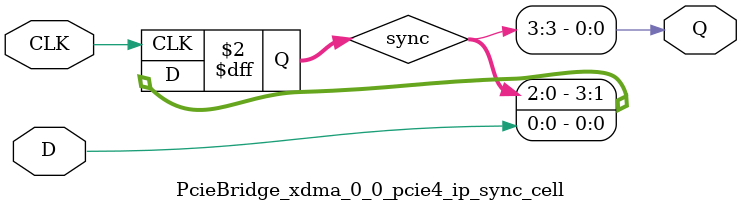
<source format=v>

`timescale 1ps / 1ps

(* DowngradeIPIdentifiedWarnings = "yes" *)
module PcieBridge_xdma_0_0_pcie4_ip_sync_cell #
(
    parameter integer STAGE = 3
)
(
    //-------------------------------------------------------------------------- 
    //  Input Ports
    //-------------------------------------------------------------------------- 
    input                               CLK,
    input                               D,
    
    //-------------------------------------------------------------------------- 
    //  Output Ports
    //-------------------------------------------------------------------------- 
    output                              Q
);
    //-------------------------------------------------------------------------- 
    //  Synchronized Signals
    //--------------------------------------------------------------------------  
    (* ASYNC_REG = "TRUE", SHIFT_EXTRACT = "NO" *) reg [STAGE:0] sync;                                                            



//--------------------------------------------------------------------------------------------------
//  Synchronizier
//--------------------------------------------------------------------------------------------------
always @ (posedge CLK)
begin

    sync <= {sync[(STAGE-1):0], D};
            
end   



//--------------------------------------------------------------------------------------------------
//  Generate Output
//--------------------------------------------------------------------------------------------------
assign Q = sync[STAGE];



endmodule

</source>
